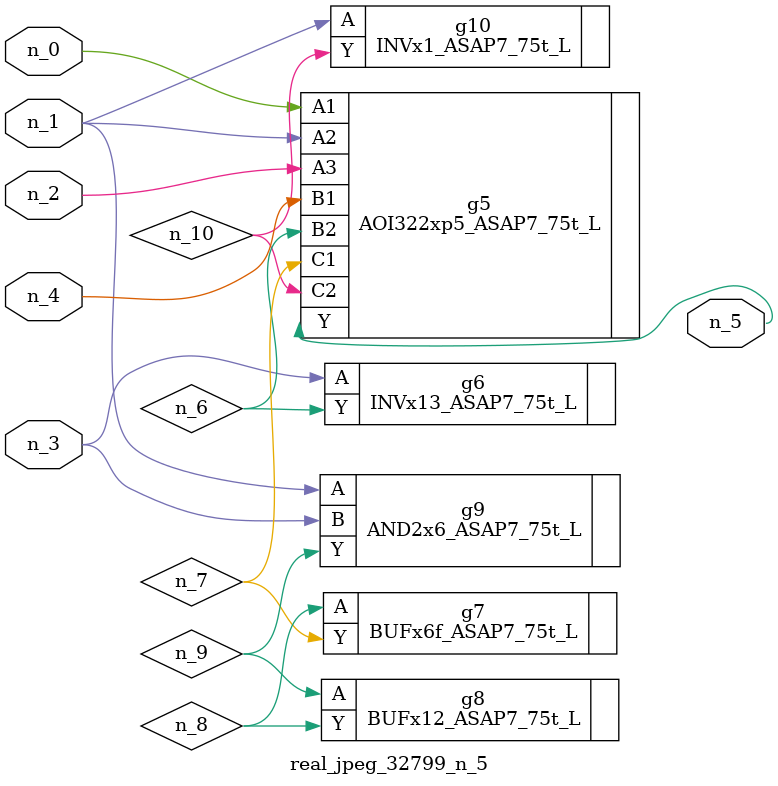
<source format=v>
module real_jpeg_32799_n_5 (n_4, n_0, n_1, n_2, n_3, n_5);

input n_4;
input n_0;
input n_1;
input n_2;
input n_3;

output n_5;

wire n_8;
wire n_6;
wire n_7;
wire n_10;
wire n_9;

AOI322xp5_ASAP7_75t_L g5 ( 
.A1(n_0),
.A2(n_1),
.A3(n_2),
.B1(n_4),
.B2(n_6),
.C1(n_7),
.C2(n_10),
.Y(n_5)
);

AND2x6_ASAP7_75t_L g9 ( 
.A(n_1),
.B(n_3),
.Y(n_9)
);

INVx1_ASAP7_75t_L g10 ( 
.A(n_1),
.Y(n_10)
);

INVx13_ASAP7_75t_L g6 ( 
.A(n_3),
.Y(n_6)
);

BUFx6f_ASAP7_75t_L g7 ( 
.A(n_8),
.Y(n_7)
);

BUFx12_ASAP7_75t_L g8 ( 
.A(n_9),
.Y(n_8)
);


endmodule
</source>
